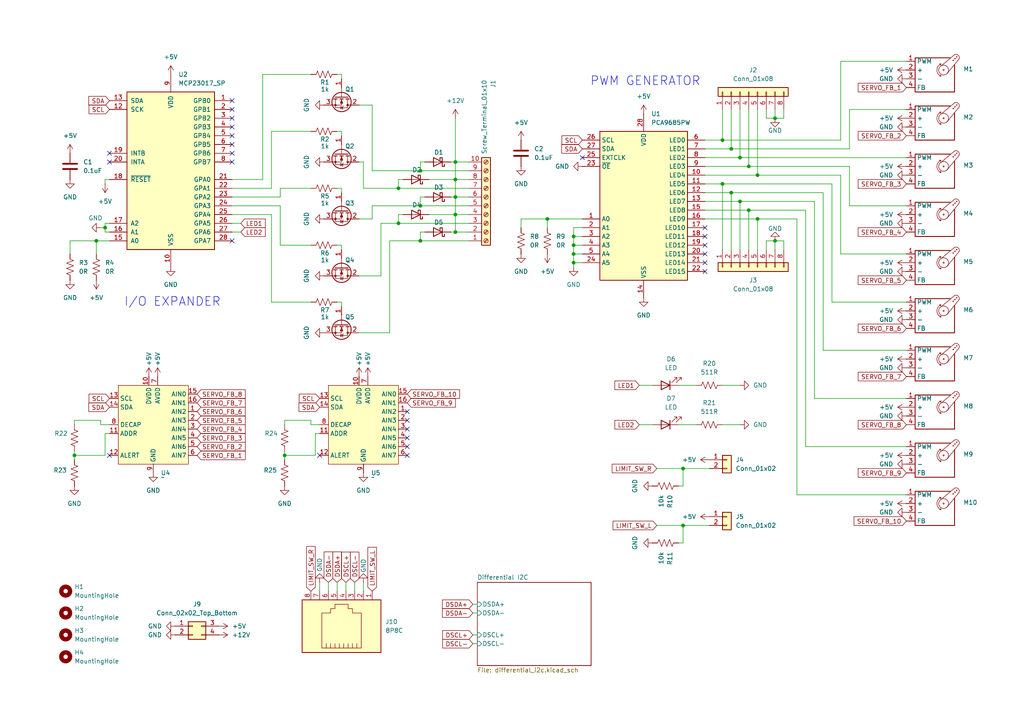
<source format=kicad_sch>
(kicad_sch (version 20231120) (generator "eeschema") (generator_version "8.0")
  (paper "A4")
  (junction (at 115.57 54.61))
  (junction (at 217.17 60.96))
  (junction (at 209.55 40.64))
  (junction (at 132.08 67.31))
  (junction (at 166.37 71.12))
  (junction (at 30.48 66.04))
  (junction (at 212.09 55.88))
  (junction (at 166.37 73.66))
  (junction (at 121.92 69.85))
  (junction (at 82.55 132.08))
  (junction (at 198.12 135.89))
  (junction (at 121.92 49.53))
  (junction (at 115.57 64.77))
  (junction (at 166.37 76.2))
  (junction (at 219.71 50.8))
  (junction (at 166.37 68.58))
  (junction (at 224.79 69.85))
  (junction (at 214.63 45.72))
  (junction (at 212.09 43.18))
  (junction (at 217.17 48.26))
  (junction (at 132.08 46.99))
  (junction (at 198.12 152.4))
  (junction (at 219.71 63.5))
  (junction (at 132.08 52.07))
  (junction (at 121.92 59.69))
  (junction (at 158.75 63.5))
  (junction (at 132.08 57.15))
  (junction (at 214.63 58.42))
  (junction (at 132.08 62.23))
  (junction (at 224.79 34.29))
  (junction (at 27.94 69.85))
  (junction (at 209.55 53.34))
  (junction (at 21.59 132.08))
  (no_connect (at 67.31 34.29))
  (no_connect (at 67.31 39.37))
  (no_connect (at 118.11 119.38))
  (no_connect (at 67.31 36.83))
  (no_connect (at 67.31 41.91))
  (no_connect (at 118.11 127))
  (no_connect (at 67.31 69.85))
  (no_connect (at 31.75 44.45))
  (no_connect (at 31.75 132.08))
  (no_connect (at 118.11 121.92))
  (no_connect (at 204.47 66.04))
  (no_connect (at 67.31 44.45))
  (no_connect (at 67.31 31.75))
  (no_connect (at 92.71 132.08))
  (no_connect (at 118.11 129.54))
  (no_connect (at 118.11 132.08))
  (no_connect (at 31.75 46.99))
  (no_connect (at 67.31 29.21))
  (no_connect (at 118.11 124.46))
  (no_connect (at 204.47 71.12))
  (no_connect (at 204.47 68.58))
  (no_connect (at 204.47 73.66))
  (no_connect (at 204.47 76.2))
  (no_connect (at 67.31 46.99))
  (no_connect (at 204.47 78.74))
  (no_connect (at 168.91 45.72))
  (wire (pts (xy 78.74 87.63) (xy 90.17 87.63)))
  (wire (pts (xy 204.47 43.18) (xy 212.09 43.18)))
  (wire (pts (xy 219.71 31.75) (xy 219.71 50.8)))
  (wire (pts (xy 196.85 157.48) (xy 198.12 157.48)))
  (wire (pts (xy 224.79 31.75) (xy 224.79 34.29)))
  (wire (pts (xy 31.75 125.73) (xy 30.48 125.73)))
  (wire (pts (xy 166.37 76.2) (xy 166.37 73.66)))
  (wire (pts (xy 166.37 71.12) (xy 168.91 71.12)))
  (wire (pts (xy 30.48 52.07) (xy 31.75 52.07)))
  (wire (pts (xy 121.92 67.31) (xy 121.92 69.85)))
  (wire (pts (xy 20.32 73.66) (xy 20.32 69.85)))
  (wire (pts (xy 78.74 38.1) (xy 90.17 38.1)))
  (wire (pts (xy 137.16 177.8) (xy 138.43 177.8)))
  (wire (pts (xy 214.63 31.75) (xy 214.63 45.72)))
  (wire (pts (xy 196.85 111.76) (xy 201.93 111.76)))
  (wire (pts (xy 97.79 71.12) (xy 99.06 71.12)))
  (wire (pts (xy 95.25 168.91) (xy 95.25 171.45)))
  (wire (pts (xy 204.47 50.8) (xy 219.71 50.8)))
  (wire (pts (xy 81.28 54.61) (xy 81.28 57.15)))
  (wire (pts (xy 99.06 21.59) (xy 99.06 22.86)))
  (wire (pts (xy 227.33 72.39) (xy 227.33 69.85)))
  (wire (pts (xy 21.59 132.08) (xy 21.59 133.35)))
  (wire (pts (xy 209.55 31.75) (xy 209.55 40.64)))
  (wire (pts (xy 190.5 135.89) (xy 198.12 135.89)))
  (wire (pts (xy 105.41 54.61) (xy 115.57 54.61)))
  (wire (pts (xy 67.31 54.61) (xy 78.74 54.61)))
  (wire (pts (xy 212.09 55.88) (xy 212.09 72.39)))
  (wire (pts (xy 198.12 140.97) (xy 198.12 135.89)))
  (wire (pts (xy 209.55 53.34) (xy 241.3 53.34)))
  (wire (pts (xy 121.92 49.53) (xy 135.89 49.53)))
  (wire (pts (xy 137.16 186.69) (xy 138.43 186.69)))
  (wire (pts (xy 209.55 53.34) (xy 209.55 72.39)))
  (wire (pts (xy 78.74 54.61) (xy 78.74 38.1)))
  (wire (pts (xy 212.09 55.88) (xy 238.76 55.88)))
  (wire (pts (xy 105.41 168.91) (xy 105.41 171.45)))
  (wire (pts (xy 99.06 38.1) (xy 99.06 39.37)))
  (wire (pts (xy 30.48 67.31) (xy 31.75 67.31)))
  (wire (pts (xy 219.71 50.8) (xy 243.84 50.8)))
  (wire (pts (xy 236.22 58.42) (xy 236.22 115.57)))
  (wire (pts (xy 30.48 66.04) (xy 30.48 67.31)))
  (wire (pts (xy 97.79 54.61) (xy 99.06 54.61)))
  (wire (pts (xy 99.06 87.63) (xy 99.06 88.9)))
  (wire (pts (xy 90.17 121.92) (xy 82.55 121.92)))
  (wire (pts (xy 121.92 46.99) (xy 121.92 49.53)))
  (wire (pts (xy 238.76 101.6) (xy 262.89 101.6)))
  (wire (pts (xy 100.33 168.91) (xy 100.33 171.45)))
  (wire (pts (xy 105.41 46.99) (xy 105.41 54.61)))
  (wire (pts (xy 90.17 71.12) (xy 81.28 71.12)))
  (wire (pts (xy 231.14 63.5) (xy 231.14 143.51)))
  (wire (pts (xy 107.95 59.69) (xy 121.92 59.69)))
  (wire (pts (xy 92.71 125.73) (xy 91.44 125.73)))
  (wire (pts (xy 99.06 54.61) (xy 99.06 55.88)))
  (wire (pts (xy 166.37 68.58) (xy 168.91 68.58)))
  (wire (pts (xy 209.55 123.19) (xy 214.63 123.19)))
  (wire (pts (xy 238.76 55.88) (xy 238.76 101.6)))
  (wire (pts (xy 76.2 52.07) (xy 67.31 52.07)))
  (wire (pts (xy 67.31 64.77) (xy 69.85 64.77)))
  (wire (pts (xy 130.81 46.99) (xy 132.08 46.99)))
  (wire (pts (xy 198.12 157.48) (xy 198.12 152.4)))
  (wire (pts (xy 204.47 48.26) (xy 217.17 48.26)))
  (wire (pts (xy 209.55 111.76) (xy 214.63 111.76)))
  (wire (pts (xy 219.71 63.5) (xy 219.71 72.39)))
  (wire (pts (xy 204.47 45.72) (xy 214.63 45.72)))
  (wire (pts (xy 190.5 152.4) (xy 198.12 152.4)))
  (wire (pts (xy 166.37 71.12) (xy 166.37 68.58)))
  (wire (pts (xy 30.48 53.34) (xy 30.48 52.07)))
  (wire (pts (xy 224.79 34.29) (xy 222.25 34.29)))
  (wire (pts (xy 97.79 87.63) (xy 99.06 87.63)))
  (wire (pts (xy 132.08 46.99) (xy 135.89 46.99)))
  (wire (pts (xy 90.17 123.19) (xy 92.71 123.19)))
  (wire (pts (xy 21.59 130.81) (xy 21.59 132.08)))
  (wire (pts (xy 214.63 58.42) (xy 236.22 58.42)))
  (wire (pts (xy 217.17 60.96) (xy 217.17 72.39)))
  (wire (pts (xy 158.75 63.5) (xy 158.75 66.04)))
  (wire (pts (xy 121.92 57.15) (xy 121.92 59.69)))
  (wire (pts (xy 123.19 57.15) (xy 121.92 57.15)))
  (wire (pts (xy 29.21 123.19) (xy 31.75 123.19)))
  (wire (pts (xy 110.49 64.77) (xy 115.57 64.77)))
  (wire (pts (xy 97.79 38.1) (xy 99.06 38.1)))
  (wire (pts (xy 224.79 69.85) (xy 222.25 69.85)))
  (wire (pts (xy 123.19 67.31) (xy 121.92 67.31)))
  (wire (pts (xy 110.49 80.01) (xy 110.49 64.77)))
  (wire (pts (xy 198.12 135.89) (xy 205.74 135.89)))
  (wire (pts (xy 91.44 125.73) (xy 91.44 132.08)))
  (wire (pts (xy 27.94 73.66) (xy 27.94 69.85)))
  (wire (pts (xy 81.28 71.12) (xy 81.28 59.69)))
  (wire (pts (xy 124.46 52.07) (xy 132.08 52.07)))
  (wire (pts (xy 166.37 73.66) (xy 166.37 71.12)))
  (wire (pts (xy 27.94 69.85) (xy 31.75 69.85)))
  (wire (pts (xy 132.08 52.07) (xy 132.08 57.15)))
  (wire (pts (xy 116.84 62.23) (xy 115.57 62.23)))
  (wire (pts (xy 151.13 63.5) (xy 158.75 63.5)))
  (wire (pts (xy 212.09 31.75) (xy 212.09 43.18)))
  (wire (pts (xy 224.79 69.85) (xy 227.33 69.85)))
  (wire (pts (xy 246.38 31.75) (xy 262.89 31.75)))
  (wire (pts (xy 81.28 57.15) (xy 67.31 57.15)))
  (wire (pts (xy 97.79 21.59) (xy 99.06 21.59)))
  (wire (pts (xy 204.47 40.64) (xy 209.55 40.64)))
  (wire (pts (xy 132.08 67.31) (xy 135.89 67.31)))
  (wire (pts (xy 166.37 76.2) (xy 168.91 76.2)))
  (wire (pts (xy 204.47 55.88) (xy 212.09 55.88)))
  (wire (pts (xy 104.14 63.5) (xy 107.95 63.5)))
  (wire (pts (xy 243.84 40.64) (xy 243.84 17.78)))
  (wire (pts (xy 209.55 40.64) (xy 243.84 40.64)))
  (wire (pts (xy 166.37 73.66) (xy 168.91 73.66)))
  (wire (pts (xy 113.03 69.85) (xy 113.03 96.52)))
  (wire (pts (xy 222.25 31.75) (xy 222.25 34.29)))
  (wire (pts (xy 107.95 63.5) (xy 107.95 59.69)))
  (wire (pts (xy 67.31 67.31) (xy 69.85 67.31)))
  (wire (pts (xy 113.03 96.52) (xy 104.14 96.52)))
  (wire (pts (xy 233.68 129.54) (xy 233.68 60.96)))
  (wire (pts (xy 166.37 66.04) (xy 168.91 66.04)))
  (wire (pts (xy 214.63 58.42) (xy 214.63 72.39)))
  (wire (pts (xy 243.84 17.78) (xy 262.89 17.78)))
  (wire (pts (xy 241.3 53.34) (xy 241.3 87.63)))
  (wire (pts (xy 91.44 132.08) (xy 82.55 132.08)))
  (wire (pts (xy 198.12 152.4) (xy 205.74 152.4)))
  (wire (pts (xy 246.38 59.69) (xy 262.89 59.69)))
  (wire (pts (xy 115.57 54.61) (xy 135.89 54.61)))
  (wire (pts (xy 115.57 62.23) (xy 115.57 64.77)))
  (wire (pts (xy 30.48 64.77) (xy 30.48 66.04)))
  (wire (pts (xy 115.57 52.07) (xy 116.84 52.07)))
  (wire (pts (xy 204.47 60.96) (xy 217.17 60.96)))
  (wire (pts (xy 132.08 62.23) (xy 135.89 62.23)))
  (wire (pts (xy 262.89 129.54) (xy 233.68 129.54)))
  (wire (pts (xy 130.81 67.31) (xy 132.08 67.31)))
  (wire (pts (xy 92.71 168.91) (xy 92.71 171.45)))
  (wire (pts (xy 124.46 62.23) (xy 132.08 62.23)))
  (wire (pts (xy 76.2 21.59) (xy 76.2 52.07)))
  (wire (pts (xy 107.95 49.53) (xy 121.92 49.53)))
  (wire (pts (xy 224.79 72.39) (xy 224.79 69.85)))
  (wire (pts (xy 78.74 62.23) (xy 78.74 87.63)))
  (wire (pts (xy 166.37 68.58) (xy 166.37 66.04)))
  (wire (pts (xy 151.13 66.04) (xy 151.13 63.5)))
  (wire (pts (xy 130.81 57.15) (xy 132.08 57.15)))
  (wire (pts (xy 67.31 62.23) (xy 78.74 62.23)))
  (wire (pts (xy 137.16 175.26) (xy 138.43 175.26)))
  (wire (pts (xy 241.3 87.63) (xy 262.89 87.63)))
  (wire (pts (xy 67.31 59.69) (xy 81.28 59.69)))
  (wire (pts (xy 246.38 43.18) (xy 246.38 31.75)))
  (wire (pts (xy 204.47 58.42) (xy 214.63 58.42)))
  (wire (pts (xy 196.85 140.97) (xy 198.12 140.97)))
  (wire (pts (xy 132.08 46.99) (xy 132.08 52.07)))
  (wire (pts (xy 113.03 69.85) (xy 121.92 69.85)))
  (wire (pts (xy 29.21 121.92) (xy 29.21 123.19)))
  (wire (pts (xy 224.79 34.29) (xy 227.33 34.29)))
  (wire (pts (xy 137.16 184.15) (xy 138.43 184.15)))
  (wire (pts (xy 123.19 46.99) (xy 121.92 46.99)))
  (wire (pts (xy 82.55 130.81) (xy 82.55 132.08)))
  (wire (pts (xy 82.55 121.92) (xy 82.55 123.19)))
  (wire (pts (xy 30.48 125.73) (xy 30.48 132.08)))
  (wire (pts (xy 196.85 123.19) (xy 201.93 123.19)))
  (wire (pts (xy 99.06 71.12) (xy 99.06 72.39)))
  (wire (pts (xy 243.84 50.8) (xy 243.84 73.66)))
  (wire (pts (xy 29.21 121.92) (xy 21.59 121.92)))
  (wire (pts (xy 132.08 57.15) (xy 135.89 57.15)))
  (wire (pts (xy 222.25 72.39) (xy 222.25 69.85)))
  (wire (pts (xy 90.17 54.61) (xy 81.28 54.61)))
  (wire (pts (xy 104.14 46.99) (xy 105.41 46.99)))
  (wire (pts (xy 115.57 64.77) (xy 135.89 64.77)))
  (wire (pts (xy 243.84 73.66) (xy 262.89 73.66)))
  (wire (pts (xy 115.57 54.61) (xy 115.57 52.07)))
  (wire (pts (xy 231.14 143.51) (xy 262.89 143.51)))
  (wire (pts (xy 29.21 66.04) (xy 30.48 66.04)))
  (wire (pts (xy 236.22 115.57) (xy 262.89 115.57)))
  (wire (pts (xy 185.42 123.19) (xy 189.23 123.19)))
  (wire (pts (xy 204.47 63.5) (xy 219.71 63.5)))
  (wire (pts (xy 21.59 121.92) (xy 21.59 123.19)))
  (wire (pts (xy 90.17 121.92) (xy 90.17 123.19)))
  (wire (pts (xy 104.14 80.01) (xy 110.49 80.01)))
  (wire (pts (xy 227.33 31.75) (xy 227.33 34.29)))
  (wire (pts (xy 219.71 63.5) (xy 231.14 63.5)))
  (wire (pts (xy 20.32 69.85) (xy 27.94 69.85)))
  (wire (pts (xy 31.75 64.77) (xy 30.48 64.77)))
  (wire (pts (xy 246.38 48.26) (xy 246.38 59.69)))
  (wire (pts (xy 82.55 132.08) (xy 82.55 133.35)))
  (wire (pts (xy 121.92 69.85) (xy 135.89 69.85)))
  (wire (pts (xy 104.14 30.48) (xy 107.95 30.48)))
  (wire (pts (xy 214.63 45.72) (xy 262.89 45.72)))
  (wire (pts (xy 166.37 77.47) (xy 166.37 76.2)))
  (wire (pts (xy 185.42 111.76) (xy 189.23 111.76)))
  (wire (pts (xy 90.17 21.59) (xy 76.2 21.59)))
  (wire (pts (xy 121.92 59.69) (xy 135.89 59.69)))
  (wire (pts (xy 107.95 30.48) (xy 107.95 49.53)))
  (wire (pts (xy 204.47 53.34) (xy 209.55 53.34)))
  (wire (pts (xy 212.09 43.18) (xy 246.38 43.18)))
  (wire (pts (xy 97.79 168.91) (xy 97.79 171.45)))
  (wire (pts (xy 102.87 168.91) (xy 102.87 171.45)))
  (wire (pts (xy 132.08 52.07) (xy 135.89 52.07)))
  (wire (pts (xy 217.17 48.26) (xy 246.38 48.26)))
  (wire (pts (xy 132.08 34.29) (xy 132.08 46.99)))
  (wire (pts (xy 132.08 62.23) (xy 132.08 57.15)))
  (wire (pts (xy 30.48 132.08) (xy 21.59 132.08)))
  (wire (pts (xy 217.17 31.75) (xy 217.17 48.26)))
  (wire (pts (xy 132.08 67.31) (xy 132.08 62.23)))
  (wire (pts (xy 217.17 60.96) (xy 233.68 60.96)))
  (wire (pts (xy 158.75 63.5) (xy 168.91 63.5)))
  (text "I/O EXPANDER" (at 50.038 87.63 0) (effects (font (size 2.54 2.54))))
  (text "PWM GENERATOR" (at 187.198 23.622 0) (effects (font (size 2.54 2.54))))
  (global_label "SCL" (shape input) (at 168.91 40.64 180) (property "Intersheetrefs" "${INTERSHEET_REFS}" (effects (hide yes))))
  (global_label "DSCL-" (shape input) (at 102.87 168.91 90) (property "Intersheetrefs" "${INTERSHEET_REFS}" (effects (hide yes))))
  (global_label "SERVO_FB_4" (shape input) (at 262.89 67.31 180) (property "Intersheetrefs" "${INTERSHEET_REFS}" (effects (hide yes))))
  (global_label "DSCL-" (shape input) (at 137.16 186.69 180) (property "Intersheetrefs" "${INTERSHEET_REFS}" (effects (hide yes))))
  (global_label "SERVO_FB_8" (shape input) (at 262.89 123.19 180) (property "Intersheetrefs" "${INTERSHEET_REFS}" (effects (hide yes))))
  (global_label "DSDA-" (shape input) (at 95.25 168.91 90) (property "Intersheetrefs" "${INTERSHEET_REFS}" (effects (hide yes))))
  (global_label "LED1" (shape input) (at 185.42 111.76 180) (property "Intersheetrefs" "${INTERSHEET_REFS}" (effects (hide yes))))
  (global_label "LIMIT_SW_L" (shape input) (at 107.95 171.45 90) (property "Intersheetrefs" "${INTERSHEET_REFS}" (effects (hide yes))))
  (global_label "SCL" (shape input) (at 92.71 115.57 180) (property "Intersheetrefs" "${INTERSHEET_REFS}" (effects (hide yes))))
  (global_label "SDA" (shape input) (at 31.75 29.21 180) (property "Intersheetrefs" "${INTERSHEET_REFS}" (effects (hide yes))))
  (global_label "SERVO_FB_8" (shape input) (at 57.15 114.3 0) (property "Intersheetrefs" "${INTERSHEET_REFS}" (effects (hide yes))))
  (global_label "SERVO_FB_3" (shape input) (at 262.89 53.34 180) (property "Intersheetrefs" "${INTERSHEET_REFS}" (effects (hide yes))))
  (global_label "SDA" (shape input) (at 92.71 118.11 180) (property "Intersheetrefs" "${INTERSHEET_REFS}" (effects (hide yes))))
  (global_label "DSDA+" (shape input) (at 137.16 175.26 180) (property "Intersheetrefs" "${INTERSHEET_REFS}" (effects (hide yes))))
  (global_label "SERVO_FB_9" (shape input) (at 262.89 137.16 180) (property "Intersheetrefs" "${INTERSHEET_REFS}" (effects (hide yes))))
  (global_label "SDA" (shape input) (at 168.91 43.18 180) (property "Intersheetrefs" "${INTERSHEET_REFS}" (effects (hide yes))))
  (global_label "LIMIT_SW_R" (shape input) (at 90.17 171.45 90) (property "Intersheetrefs" "${INTERSHEET_REFS}" (effects (hide yes))))
  (global_label "LED1" (shape input) (at 69.85 64.77 0) (property "Intersheetrefs" "${INTERSHEET_REFS}" (effects (hide yes))))
  (global_label "SERVO_FB_4" (shape input) (at 57.15 124.46 0) (property "Intersheetrefs" "${INTERSHEET_REFS}" (effects (hide yes))))
  (global_label "SERVO_FB_6" (shape input) (at 57.15 119.38 0) (property "Intersheetrefs" "${INTERSHEET_REFS}" (effects (hide yes))))
  (global_label "SERVO_FB_1" (shape input) (at 57.15 132.08 0) (property "Intersheetrefs" "${INTERSHEET_REFS}" (effects (hide yes))))
  (global_label "SERVO_FB_10" (shape input) (at 118.11 114.3 0) (property "Intersheetrefs" "${INTERSHEET_REFS}" (effects (hide yes))))
  (global_label "SCL" (shape input) (at 31.75 115.57 180) (property "Intersheetrefs" "${INTERSHEET_REFS}" (effects (hide yes))))
  (global_label "SDA" (shape input) (at 31.75 118.11 180) (property "Intersheetrefs" "${INTERSHEET_REFS}" (effects (hide yes))))
  (global_label "LED2" (shape input) (at 185.42 123.19 180) (property "Intersheetrefs" "${INTERSHEET_REFS}" (effects (hide yes))))
  (global_label "LIMIT_SW_R" (shape input) (at 190.5 135.89 180) (property "Intersheetrefs" "${INTERSHEET_REFS}" (effects (hide yes))))
  (global_label "SERVO_FB_7" (shape input) (at 262.89 109.22 180) (property "Intersheetrefs" "${INTERSHEET_REFS}" (effects (hide yes))))
  (global_label "SERVO_FB_1" (shape input) (at 262.89 25.4 180) (property "Intersheetrefs" "${INTERSHEET_REFS}" (effects (hide yes))))
  (global_label "SERVO_FB_5" (shape input) (at 262.89 81.28 180) (property "Intersheetrefs" "${INTERSHEET_REFS}" (effects (hide yes))))
  (global_label "LED2" (shape input) (at 69.85 67.31 0) (property "Intersheetrefs" "${INTERSHEET_REFS}" (effects (hide yes))))
  (global_label "SERVO_FB_7" (shape input) (at 57.15 116.84 0) (property "Intersheetrefs" "${INTERSHEET_REFS}" (effects (hide yes))))
  (global_label "DSCL+" (shape input) (at 100.33 168.91 90) (property "Intersheetrefs" "${INTERSHEET_REFS}" (effects (hide yes))))
  (global_label "SERVO_FB_2" (shape input) (at 57.15 129.54 0) (property "Intersheetrefs" "${INTERSHEET_REFS}" (effects (hide yes))))
  (global_label "DSCL+" (shape input) (at 137.16 184.15 180) (property "Intersheetrefs" "${INTERSHEET_REFS}" (effects (hide yes))))
  (global_label "SERVO_FB_10" (shape input) (at 262.89 151.13 180) (property "Intersheetrefs" "${INTERSHEET_REFS}" (effects (hide yes))))
  (global_label "SCL" (shape input) (at 31.75 31.75 180) (property "Intersheetrefs" "${INTERSHEET_REFS}" (effects (hide yes))))
  (global_label "SERVO_FB_5" (shape input) (at 57.15 121.92 0) (property "Intersheetrefs" "${INTERSHEET_REFS}" (effects (hide yes))))
  (global_label "SERVO_FB_6" (shape input) (at 262.89 95.25 180) (property "Intersheetrefs" "${INTERSHEET_REFS}" (effects (hide yes))))
  (global_label "DSDA+" (shape input) (at 97.79 168.91 90) (property "Intersheetrefs" "${INTERSHEET_REFS}" (effects (hide yes))))
  (global_label "SERVO_FB_2" (shape input) (at 262.89 39.37 180) (property "Intersheetrefs" "${INTERSHEET_REFS}" (effects (hide yes))))
  (global_label "DSDA-" (shape input) (at 137.16 177.8 180) (property "Intersheetrefs" "${INTERSHEET_REFS}" (effects (hide yes))))
  (global_label "LIMIT_SW_L" (shape input) (at 190.5 152.4 180) (property "Intersheetrefs" "${INTERSHEET_REFS}" (effects (hide yes))))
  (global_label "SERVO_FB_9" (shape input) (at 118.11 116.84 0) (property "Intersheetrefs" "${INTERSHEET_REFS}" (effects (hide yes))))
  (global_label "SERVO_FB_3" (shape input) (at 57.15 127 0) (property "Intersheetrefs" "${INTERSHEET_REFS}" (effects (hide yes))))
  (symbol (lib_id "power:GND") (at 224.79 34.29 0) (unit 1)
    (property "Reference" "#PWR018" (effects (hide yes)))
    (property "Value" "GND" (at 224.79 37.846 0))
    (property "Description" "Power symbol creates a global label with name \"GND\" , ground" (effects (hide yes)))
  )
  (symbol (lib_id "power:GND") (at 82.55 140.97 0) (unit 1)
    (property "Reference" "#PWR076" (effects (hide yes)))
    (property "Value" "GND" (at 82.55 146.05 0))
    (property "Description" "Power symbol creates a global label with name \"GND\" , ground" (effects (hide yes)))
  )
  (symbol (lib_id "power:+12V") (at 132.08 34.29 0) (unit 1)
    (property "Reference" "#PWR04" (effects (hide yes)))
    (property "Value" "+12V" (at 132.08 29.21 0))
    (property "Description" "Power symbol creates a global label with name \"+12V\"" (effects (hide yes)))
  )
  (symbol (lib_id "Connector_Generic:Conn_01x08") (at 217.17 26.67 90) (unit 1)
    (property "Reference" "J2" (at 218.44 20.32 90))
    (property "Value" "Conn_01x08" (at 218.44 22.86 90))
    (property "Footprint" "Connector_PinHeader_2.54mm:PinHeader_1x08_P2.54mm_Vertical" (effects (hide yes)))
    (property "Description" "Generic connector, single row, 01x08, script generated (kicad-library-utils/schlib/autogen/connector/)" (effects (hide yes)))
  )
  (symbol (lib_id "Connector_Generic:Conn_01x02") (at 210.82 133.35 0) (unit 1)
    (property "Reference" "J4" (at 213.36 133.3499 0) (effects (justify left)))
    (property "Value" "Conn_01x02" (at 213.36 135.8899 0) (effects (justify left)))
    (property "Footprint" "Connector_JST:JST_XH_S2B-XH-A_1x02_P2.50mm_Horizontal" (effects (hide yes)))
    (property "Description" "Generic connector, single row, 01x02, script generated (kicad-library-utils/schlib/autogen/connector/)" (effects (hide yes)))
    (property "Digikey" "https://www.digikey.ca/en/products/detail/jst-sales-america-inc/S2B-XH-A/1651055" (effects (hide yes)))
  )
  (symbol (lib_id "power:+5V") (at 262.89 20.32 90) (unit 1)
    (property "Reference" "#PWR039" (effects (hide yes)))
    (property "Value" "+5V" (at 259.08 20.3199 90) (effects (justify left)))
    (property "Description" "Power symbol creates a global label with name \"+5V\"" (effects (hide yes)))
  )
  (symbol (lib_id "Connector:Screw_Terminal_01x10") (at 140.97 59.69 0) (mirror x) (unit 1)
    (property "Reference" "J1" (at 143.002 23.114 90) (effects (justify left)))
    (property "Value" "Screw_Terminal_01x10" (at 140.462 23.114 90) (effects (justify left)))
    (property "Footprint" "TerminalBlock_Phoenix:TerminalBlock_Phoenix_PT-1,5-10-5.0-H_1x10_P5.00mm_Horizontal" (effects (hide yes)))
    (property "Description" "Generic screw terminal, single row, 01x10, script generated (kicad-library-utils/schlib/autogen/connector/)" (effects (hide yes)))
  )
  (symbol (lib_id "Connector_Generic:Conn_01x02") (at 210.82 149.86 0) (unit 1)
    (property "Reference" "J5" (at 213.36 149.8599 0) (effects (justify left)))
    (property "Value" "Conn_01x02" (at 213.36 152.3999 0) (effects (justify left)))
    (property "Footprint" "Connector_JST:JST_XH_S2B-XH-A_1x02_P2.50mm_Horizontal" (effects (hide yes)))
    (property "Description" "Generic connector, single row, 01x02, script generated (kicad-library-utils/schlib/autogen/connector/)" (effects (hide yes)))
    (property "Digikey" "https://www.digikey.ca/en/products/detail/jst-sales-america-inc/S2B-XH-A/1651055" (effects (hide yes)))
  )
  (symbol (lib_id "power:+5V") (at 262.89 146.05 90) (unit 1)
    (property "Reference" "#PWR048" (effects (hide yes)))
    (property "Value" "+5V" (at 259.08 146.0499 90) (effects (justify left)))
    (property "Description" "Power symbol creates a global label with name \"+5V\"" (effects (hide yes)))
  )
  (symbol (lib_id "Device:R_US") (at 93.98 71.12 90) (unit 1)
    (property "Reference" "R6" (at 94.234 73.406 90))
    (property "Value" "1k" (at 94.234 75.438 90))
    (property "Footprint" "Resistor_THT:R_Axial_DIN0207_L6.3mm_D2.5mm_P10.16mm_Horizontal" (effects (hide yes)))
    (property "Description" "Resistor, US symbol" (effects (hide yes)))
  )
  (symbol (lib_id "power:+5V") (at 27.94 81.28 180) (unit 1)
    (property "Reference" "#PWR011" (effects (hide yes)))
    (property "Value" "+5V" (at 27.94 86.36 0))
    (property "Description" "Power symbol creates a global label with name \"+5V\"" (effects (hide yes)))
  )
  (symbol (lib_id "Diode:1N5819") (at 120.65 62.23 180) (unit 1)
    (property "Reference" "D4" (at 120.904 59.436 0))
    (property "Value" "SB5100-T" (effects (hide yes)))
    (property "Footprint" "Diode_THT:D_DO-201AD_P12.70mm_Horizontal" (effects (hide yes)))
    (property "Datasheet" "http://www.vishay.com/docs/88525/1n5817.pdf" (effects (hide yes)))
    (property "Description" "DIODE SCHOTTKY 100V 5A DO201AD" (effects (hide yes)))
    (property "Digikey" "https://www.digikey.ca/en/products/detail/diodes-incorporated/SB5100-T/278636" (effects (hide yes)))
  )
  (symbol (lib_id "Device:R_US") (at 205.74 111.76 90) (unit 1)
    (property "Reference" "R20" (at 205.74 105.41 90))
    (property "Value" "511R" (at 205.74 107.95 90))
    (property "Footprint" "Resistor_THT:R_Axial_DIN0207_L6.3mm_D2.5mm_P10.16mm_Horizontal" (effects (hide yes)))
    (property "Description" "Resistor, US symbol" (effects (hide yes)))
  )
  (symbol (lib_id "bh_symbol_library:Motor_Servo_Feedback") (at 270.51 81.28 0) (unit 1)
    (property "Reference" "M5" (at 279.4 75.8935 0) (effects (justify left)))
    (property "Value" "Motor_Servo_FB" (effects (hide yes)))
    (property "Footprint" "Connector_PinHeader_2.54mm:PinHeader_1x04_P2.54mm_Vertical" (effects (hide yes)))
  )
  (symbol (lib_id "power:GND") (at 262.89 36.83 270) (unit 1)
    (property "Reference" "#PWR026" (effects (hide yes)))
    (property "Value" "GND" (at 259.08 36.8299 90) (effects (justify right)))
    (property "Description" "Power symbol creates a global label with name \"GND\" , ground" (effects (hide yes)))
  )
  (symbol (lib_id "power:GND") (at 262.89 120.65 270) (unit 1)
    (property "Reference" "#PWR036" (effects (hide yes)))
    (property "Value" "GND" (at 259.08 120.6499 90) (effects (justify right)))
    (property "Description" "Power symbol creates a global label with name \"GND\" , ground" (effects (hide yes)))
  )
  (symbol (lib_id "power:+5V") (at 262.89 62.23 90) (unit 1)
    (property "Reference" "#PWR042" (effects (hide yes)))
    (property "Value" "+5V" (at 259.08 62.2299 90) (effects (justify left)))
    (property "Description" "Power symbol creates a global label with name \"+5V\"" (effects (hide yes)))
  )
  (symbol (lib_id "Driver_LED:PCA9685PW") (at 186.69 58.42 0) (unit 1)
    (property "Reference" "U1" (at 188.8841 33.02 0) (effects (justify left)))
    (property "Value" "PCA9685PW" (at 188.8841 35.56 0) (effects (justify left)))
    (property "Footprint" "Package_SO:TSSOP-28_4.4x9.7mm_P0.65mm" (effects (hide yes)))
    (property "Datasheet" "http://www.nxp.com/docs/en/data-sheet/PCA9685.pdf" (effects (hide yes)))
    (property "Description" "16-channel 12-bit PWM Fm+ I2C-bus LED controller RGBA TSSOP" (effects (hide yes)))
    (property "Digikey" "https://www.digikey.ca/en/products/detail/nxp-usa-inc/PCA9685PW-112/2034324" (effects (hide yes)))
  )
  (symbol (lib_id "Device:R_US") (at 21.59 137.16 0) (unit 1)
    (property "Reference" "R23" (at 15.494 136.398 0) (effects (justify left)))
    (property "Value" "0R" (effects (hide yes)))
    (property "Footprint" "Resistor_THT:R_Axial_DIN0207_L6.3mm_D2.5mm_P10.16mm_Horizontal" (effects (hide yes)))
    (property "Description" "Resistor, US symbol" (effects (hide yes)))
  )
  (symbol (lib_id "power:+5V") (at 262.89 76.2 90) (unit 1)
    (property "Reference" "#PWR043" (effects (hide yes)))
    (property "Value" "+5V" (at 259.08 76.1999 90) (effects (justify left)))
    (property "Description" "Power symbol creates a global label with name \"+5V\"" (effects (hide yes)))
  )
  (symbol (lib_id "Device:C") (at 151.13 44.45 0) (unit 1)
    (property "Reference" "C2" (at 154.94 43.1799 0) (effects (justify left)))
    (property "Value" "0.1uF" (at 154.94 45.7199 0) (effects (justify left)))
    (property "Footprint" "Capacitor_THT:C_Disc_D3.4mm_W2.1mm_P2.50mm" (effects (hide yes)))
    (property "Description" "Unpolarized capacitor" (effects (hide yes)))
    (property "Digikey" "https://www.digikey.ca/en/products/detail/vishay-beyschlag-draloric-bc-components/K104K10X7RF5UH5/2356754" (effects (hide yes)))
  )
  (symbol (lib_id "power:GND") (at 105.41 137.16 0) (unit 1)
    (property "Reference" "#PWR075" (effects (hide yes)))
    (property "Value" "GND" (at 105.41 142.24 0))
    (property "Description" "Power symbol creates a global label with name \"GND\" , ground" (effects (hide yes)))
  )
  (symbol (lib_id "Device:R_US") (at 93.98 21.59 90) (unit 1)
    (property "Reference" "R1" (at 94.234 23.876 90))
    (property "Value" "1k" (at 94.234 25.908 90))
    (property "Footprint" "Resistor_THT:R_Axial_DIN0207_L6.3mm_D2.5mm_P10.16mm_Horizontal" (effects (hide yes)))
    (property "Description" "Resistor, US symbol" (effects (hide yes)))
  )
  (symbol (lib_id "Connector_Generic:Conn_02x02_Top_Bottom") (at 55.88 181.61 0) (unit 1)
    (property "Reference" "J9" (at 57.15 175.26 0))
    (property "Value" "Conn_02x02_Top_Bottom" (at 57.15 177.8 0))
    (property "Footprint" "Connector_Molex:Molex_Mini-Fit_Jr_5569-04A2_2x02_P4.20mm_Horizontal" (effects (hide yes)))
    (property "Description" "Generic connector, double row, 02x02, top/bottom pin numbering scheme (row 1: 1...pins_per_row, row2: pins_per_row+1 ... num_pins), script generated (kicad-library-utils/schlib/autogen/connector/)" (effects (hide yes)))
    (property "Digikey" "https://www.digikey.ca/en/products/detail/molex/0039300040/930321" (effects (hide yes)))
  )
  (symbol (lib_id "Device:LED") (at 193.04 111.76 180) (unit 1)
    (property "Reference" "D6" (at 194.6275 104.14 0))
    (property "Value" "LED" (at 194.6275 106.68 0))
    (property "Footprint" "LED_THT:LED_D5.0mm_Clear" (effects (hide yes)))
    (property "Description" "Light emitting diode" (effects (hide yes)))
  )
  (symbol (lib_id "power:GND") (at 262.89 134.62 270) (unit 1)
    (property "Reference" "#PWR037" (effects (hide yes)))
    (property "Value" "GND" (at 259.08 134.6199 90) (effects (justify right)))
    (property "Description" "Power symbol creates a global label with name \"GND\" , ground" (effects (hide yes)))
  )
  (symbol (lib_id "power:GND") (at 214.63 123.19 90) (unit 1)
    (property "Reference" "#PWR069" (effects (hide yes)))
    (property "Value" "GND" (at 218.44 123.1899 90) (effects (justify right)))
    (property "Description" "Power symbol creates a global label with name \"GND\" , ground" (effects (hide yes)))
  )
  (symbol (lib_id "power:GND") (at 262.89 22.86 270) (unit 1)
    (property "Reference" "#PWR025" (effects (hide yes)))
    (property "Value" "GND" (at 259.08 22.8599 90) (effects (justify right)))
    (property "Description" "Power symbol creates a global label with name \"GND\" , ground" (effects (hide yes)))
  )
  (symbol (lib_id "power:GND") (at 92.71 168.91 180) (unit 1)
    (property "Reference" "#PWR061" (effects (hide yes)))
    (property "Value" "GND" (at 92.71 163.83 90))
    (property "Description" "Power symbol creates a global label with name \"GND\" , ground" (effects (hide yes)))
  )
  (symbol (lib_id "power:GND") (at 93.98 96.52 270) (unit 1)
    (property "Reference" "#PWR014" (effects (hide yes)))
    (property "Value" "GND" (at 88.9 96.52 0))
    (property "Description" "Power symbol creates a global label with name \"GND\" , ground" (effects (hide yes)))
  )
  (symbol (lib_id "Device:R_US") (at 93.98 38.1 90) (unit 1)
    (property "Reference" "R2" (at 94.234 40.386 90))
    (property "Value" "1k" (at 94.234 42.418 90))
    (property "Footprint" "Resistor_THT:R_Axial_DIN0207_L6.3mm_D2.5mm_P10.16mm_Horizontal" (effects (hide yes)))
    (property "Description" "Resistor, US symbol" (effects (hide yes)))
  )
  (symbol (lib_id "power:+5V") (at 205.74 133.35 90) (unit 1)
    (property "Reference" "#PWR016" (effects (hide yes)))
    (property "Value" "+5V" (at 201.93 133.3499 90) (effects (justify left)))
    (property "Description" "Power symbol creates a global label with name \"+5V\"" (effects (hide yes)))
  )
  (symbol (lib_id "Device:Q_NMOS_GDS") (at 99.06 44.45 270) (unit 1)
    (property "Reference" "Q2" (at 100.076 42.418 90) (effects (justify left)))
    (property "Value" "Q_NMOS_GDS" (effects (hide yes)))
    (property "Footprint" "Package_TO_SOT_THT:TO-220-3_Vertical" (effects (hide yes)))
    (property "Description" "N-MOSFET transistor, gate/drain/source" (effects (hide yes)))
    (property "Digikey" "https://www.digikey.ca/en/products/detail/infineon-technologies/IRF530NPBF/811762" (effects (hide yes)))
  )
  (symbol (lib_id "power:+5V") (at 43.18 109.22 0) (unit 1)
    (property "Reference" "#PWR070" (effects (hide yes)))
    (property "Value" "+5V" (at 43.18 104.14 90))
    (property "Description" "Power symbol creates a global label with name \"+5V\"" (effects (hide yes)))
  )
  (symbol (lib_id "Diode:1N5819") (at 127 46.99 180) (unit 1)
    (property "Reference" "D1" (at 127.254 44.196 0))
    (property "Value" "SB5100-T" (effects (hide yes)))
    (property "Footprint" "Diode_THT:D_DO-201AD_P12.70mm_Horizontal" (effects (hide yes)))
    (property "Datasheet" "http://www.vishay.com/docs/88525/1n5817.pdf" (effects (hide yes)))
    (property "Description" "DIODE SCHOTTKY 100V 5A DO201AD" (effects (hide yes)))
    (property "Digikey" "https://www.digikey.ca/en/products/detail/diodes-incorporated/SB5100-T/278636" (effects (hide yes)))
  )
  (symbol (lib_id "power:+5V") (at 106.68 109.22 0) (unit 1)
    (property "Reference" "#PWR074" (effects (hide yes)))
    (property "Value" "+5V" (at 106.68 104.14 90))
    (property "Description" "Power symbol creates a global label with name \"+5V\"" (effects (hide yes)))
  )
  (symbol (lib_id "power:GND") (at 151.13 48.26 0) (unit 1)
    (property "Reference" "#PWR022" (effects (hide yes)))
    (property "Value" "GND" (at 151.13 53.34 0))
    (property "Description" "Power symbol creates a global label with name \"GND\" , ground" (effects (hide yes)))
  )
  (symbol (lib_id "power:GND") (at 21.59 140.97 0) (unit 1)
    (property "Reference" "#PWR072" (effects (hide yes)))
    (property "Value" "GND" (at 21.59 146.05 0))
    (property "Description" "Power symbol creates a global label with name \"GND\" , ground" (effects (hide yes)))
  )
  (symbol (lib_id "Device:R_US") (at 151.13 69.85 0) (unit 1)
    (property "Reference" "R8" (at 153.67 68.5799 0) (effects (justify left)))
    (property "Value" "0R" (at 153.67 71.1199 0) (effects (justify left)))
    (property "Footprint" "Resistor_THT:R_Axial_DIN0207_L6.3mm_D2.5mm_P10.16mm_Horizontal" (effects (hide yes)))
    (property "Description" "Resistor, US symbol" (effects (hide yes)))
  )
  (symbol (lib_id "Interface_Expansion:MCP23017_SP") (at 49.53 49.53 0) (unit 1)
    (property "Reference" "U2" (at 51.7241 21.59 0) (effects (justify left)))
    (property "Value" "MCP23017_SP" (at 51.7241 24.13 0) (effects (justify left)))
    (property "Footprint" "Package_DIP:DIP-28_W7.62mm" (effects (hide yes)))
    (property "Datasheet" "http://ww1.microchip.com/downloads/en/DeviceDoc/20001952C.pdf" (effects (hide yes)))
    (property "Description" "16-bit I/O expander, I2C, interrupts, w pull-ups, SPDIP-28" (effects (hide yes)))
    (property "Digikey" "https://www.digikey.ca/en/products/detail/microchip-technology/MCP23017-E-SP/894272" (effects (hide yes)))
  )
  (symbol (lib_id "power:GND") (at 20.32 81.28 0) (unit 1)
    (property "Reference" "#PWR010" (effects (hide yes)))
    (property "Value" "GND" (at 20.32 86.36 0))
    (property "Description" "Power symbol creates a global label with name \"GND\" , ground" (effects (hide yes)))
  )
  (symbol (lib_id "power:+5V") (at 151.13 40.64 0) (unit 1)
    (property "Reference" "#PWR019" (effects (hide yes)))
    (property "Value" "+5V" (at 151.13 35.56 0))
    (property "Description" "Power symbol creates a global label with name \"+5V\"" (effects (hide yes)))
  )
  (symbol (lib_id "bh_symbol_library:ADS7138IRTER") (at 31.75 111.76 0) (unit 1)
    (property "Reference" "U4" (at 46.6441 137.16 0) (effects (justify left)))
    (property "Value" "~" (at 46.6441 138.43 0) (effects (justify left)))
    (property "Footprint" "Package_DFN_QFN:WQFN-16-1EP_3x3mm_P0.5mm_EP1.68x1.68mm" (effects (hide yes)))
    (property "Description" "https://www.digikey.ca/en/products/detail/texas-instruments/ADS7138IRTER/12696011" (effects (hide yes)))
  )
  (symbol (lib_id "power:+5V") (at 158.75 73.66 180) (unit 1)
    (property "Reference" "#PWR029" (effects (hide yes)))
    (property "Value" "+5V" (at 158.75 78.74 0))
    (property "Description" "Power symbol creates a global label with name \"+5V\"" (effects (hide yes)))
  )
  (symbol (lib_id "power:+12V") (at 63.5 184.15 270) (unit 1)
    (property "Reference" "#PWR065" (effects (hide yes)))
    (property "Value" "+12V" (at 67.31 184.1499 90) (effects (justify left)))
    (property "Description" "Power symbol creates a global label with name \"+12V\"" (effects (hide yes)))
  )
  (symbol (lib_id "Diode:1N5819") (at 120.65 52.07 180) (unit 1)
    (property "Reference" "D2" (at 120.904 49.276 0))
    (property "Value" "SB5100-T" (effects (hide yes)))
    (property "Footprint" "Diode_THT:D_DO-201AD_P12.70mm_Horizontal" (effects (hide yes)))
    (property "Datasheet" "http://www.vishay.com/docs/88525/1n5817.pdf" (effects (hide yes)))
    (property "Description" "DIODE SCHOTTKY 100V 5A DO201AD" (effects (hide yes)))
    (property "Digikey" "https://www.digikey.ca/en/products/detail/diodes-incorporated/SB5100-T/278636" (effects (hide yes)))
  )
  (symbol (lib_id "power:GND") (at 93.98 63.5 270) (unit 1)
    (property "Reference" "#PWR012" (effects (hide yes)))
    (property "Value" "GND" (at 88.9 63.5 0))
    (property "Description" "Power symbol creates a global label with name \"GND\" , ground" (effects (hide yes)))
  )
  (symbol (lib_id "Device:C") (at 20.32 48.26 0) (unit 1)
    (property "Reference" "C1" (at 24.13 46.9899 0) (effects (justify left)))
    (property "Value" "0.1uF" (at 24.13 49.5299 0) (effects (justify left)))
    (property "Footprint" "Capacitor_THT:C_Disc_D3.4mm_W2.1mm_P2.50mm" (effects (hide yes)))
    (property "Description" "Unpolarized capacitor" (effects (hide yes)))
    (property "Digikey" "https://www.digikey.ca/en/products/detail/vishay-beyschlag-draloric-bc-components/K104K10X7RF5UH5/2356754" (effects (hide yes)))
  )
  (symbol (lib_id "bh_symbol_library:Motor_Servo_Feedback") (at 270.51 151.13 0) (unit 1)
    (property "Reference" "M10" (at 279.4 145.7435 0) (effects (justify left)))
    (property "Value" "Motor_Servo_FB" (effects (hide yes)))
    (property "Footprint" "Connector_PinHeader_2.54mm:PinHeader_1x04_P2.54mm_Vertical" (effects (hide yes)))
  )
  (symbol (lib_id "power:GND") (at 166.37 77.47 0) (unit 1)
    (property "Reference" "#PWR030" (effects (hide yes)))
    (property "Value" "GND" (at 166.37 82.55 0))
    (property "Description" "Power symbol creates a global label with name \"GND\" , ground" (effects (hide yes)))
  )
  (symbol (lib_id "power:+5V") (at 186.69 33.02 0) (unit 1)
    (property "Reference" "#PWR017" (effects (hide yes)))
    (property "Value" "+5V" (at 186.69 27.94 0))
    (property "Description" "Power symbol creates a global label with name \"+5V\"" (effects (hide yes)))
  )
  (symbol (lib_id "Device:R_US") (at 193.04 157.48 90) (unit 1)
    (property "Reference" "R11" (at 194.3101 160.02 0) (effects (justify right)))
    (property "Value" "10k" (at 191.7701 160.02 0) (effects (justify right)))
    (property "Footprint" "Resistor_THT:R_Axial_DIN0207_L6.3mm_D2.5mm_P10.16mm_Horizontal" (effects (hide yes)))
    (property "Description" "Resistor, US symbol" (effects (hide yes)))
  )
  (symbol (lib_id "power:GND") (at 168.91 48.26 270) (unit 1)
    (property "Reference" "#PWR023" (effects (hide yes)))
    (property "Value" "GND" (at 165.1 48.2599 90) (effects (justify right)))
    (property "Description" "Power symbol creates a global label with name \"GND\" , ground" (effects (hide yes)))
  )
  (symbol (lib_id "power:GND") (at 93.98 80.01 270) (unit 1)
    (property "Reference" "#PWR013" (effects (hide yes)))
    (property "Value" "GND" (at 88.9 80.01 0))
    (property "Description" "Power symbol creates a global label with name \"GND\" , ground" (effects (hide yes)))
  )
  (symbol (lib_id "Device:LED") (at 193.04 123.19 180) (unit 1)
    (property "Reference" "D7" (at 194.6275 115.57 0))
    (property "Value" "LED" (at 194.6275 118.11 0))
    (property "Footprint" "LED_THT:LED_D5.0mm_Clear" (effects (hide yes)))
    (property "Description" "Light emitting diode" (effects (hide yes)))
  )
  (symbol (lib_id "power:GND") (at 189.23 157.48 270) (unit 1)
    (property "Reference" "#PWR024" (effects (hide yes)))
    (property "Value" "GND" (at 184.15 157.48 0))
    (property "Description" "Power symbol creates a global label with name \"GND\" , ground" (effects (hide yes)))
  )
  (symbol (lib_id "bh_symbol_library:Motor_Servo_Feedback") (at 270.51 109.22 0) (unit 1)
    (property "Reference" "M7" (at 279.4 103.8335 0) (effects (justify left)))
    (property "Value" "Motor_Servo_FB" (effects (hide yes)))
    (property "Footprint" "Connector_PinHeader_2.54mm:PinHeader_1x04_P2.54mm_Vertical" (effects (hide yes)))
  )
  (symbol (lib_id "bh_symbol_library:Motor_Servo_Feedback") (at 270.51 137.16 0) (unit 1)
    (property "Reference" "M9" (at 279.4 131.7735 0) (effects (justify left)))
    (property "Value" "Motor_Servo_FB" (effects (hide yes)))
    (property "Footprint" "Connector_PinHeader_2.54mm:PinHeader_1x04_P2.54mm_Vertical" (effects (hide yes)))
  )
  (symbol (lib_id "power:GND") (at 262.89 92.71 270) (unit 1)
    (property "Reference" "#PWR034" (effects (hide yes)))
    (property "Value" "GND" (at 259.08 92.7099 90) (effects (justify right)))
    (property "Description" "Power symbol creates a global label with name \"GND\" , ground" (effects (hide yes)))
  )
  (symbol (lib_id "power:+5V") (at 262.89 132.08 90) (unit 1)
    (property "Reference" "#PWR047" (effects (hide yes)))
    (property "Value" "+5V" (at 259.08 132.0799 90) (effects (justify left)))
    (property "Description" "Power symbol creates a global label with name \"+5V\"" (effects (hide yes)))
  )
  (symbol (lib_id "power:GND") (at 262.89 78.74 270) (unit 1)
    (property "Reference" "#PWR032" (effects (hide yes)))
    (property "Value" "GND" (at 259.08 78.7399 90) (effects (justify right)))
    (property "Description" "Power symbol creates a global label with name \"GND\" , ground" (effects (hide yes)))
  )
  (symbol (lib_id "power:GND") (at 29.21 66.04 270) (unit 1)
    (property "Reference" "#PWR07" (effects (hide yes)))
    (property "Value" "GND" (at 27.686 63.246 90))
    (property "Description" "Power symbol creates a global label with name \"GND\" , ground" (effects (hide yes)))
  )
  (symbol (lib_id "power:GND") (at 93.98 30.48 270) (unit 1)
    (property "Reference" "#PWR02" (effects (hide yes)))
    (property "Value" "GND" (at 88.9 30.48 0))
    (property "Description" "Power symbol creates a global label with name \"GND\" , ground" (effects (hide yes)))
  )
  (symbol (lib_id "Device:R_US") (at 93.98 54.61 90) (unit 1)
    (property "Reference" "R5" (at 94.234 56.896 90))
    (property "Value" "1k" (at 94.234 58.928 90))
    (property "Footprint" "Resistor_THT:R_Axial_DIN0207_L6.3mm_D2.5mm_P10.16mm_Horizontal" (effects (hide yes)))
    (property "Description" "Resistor, US symbol" (effects (hide yes)))
  )
  (symbol (lib_id "power:GND") (at 214.63 111.76 90) (unit 1)
    (property "Reference" "#PWR068" (effects (hide yes)))
    (property "Value" "GND" (at 218.44 111.7599 90) (effects (justify right)))
    (property "Description" "Power symbol creates a global label with name \"GND\" , ground" (effects (hide yes)))
  )
  (symbol (lib_id "Device:R_US") (at 82.55 127 0) (unit 1)
    (property "Reference" "R24" (at 76.708 125.73 0) (effects (justify left)))
    (property "Value" "0R" (effects (hide yes)))
    (property "Footprint" "Resistor_THT:R_Axial_DIN0207_L6.3mm_D2.5mm_P10.16mm_Horizontal" (effects (hide yes)))
    (property "Description" "Resistor, US symbol" (effects (hide yes)))
  )
  (symbol (lib_id "power:+5V") (at 262.89 48.26 90) (unit 1)
    (property "Reference" "#PWR041" (effects (hide yes)))
    (property "Value" "+5V" (at 259.08 48.2599 90) (effects (justify left)))
    (property "Description" "Power symbol creates a global label with name \"+5V\"" (effects (hide yes)))
  )
  (symbol (lib_id "Connector:8P8C") (at 100.33 181.61 90) (unit 1)
    (property "Reference" "J10" (at 111.76 180.3399 90) (effects (justify right)))
    (property "Value" "8P8C" (at 111.76 182.8799 90) (effects (justify right)))
    (property "Footprint" "Connector_RJ:RJ45_Amphenol_54602-x08_Horizontal" (effects (hide yes)))
    (property "Description" "RJ connector, 8P8C (8 positions 8 connected), RJ31/RJ32/RJ33/RJ34/RJ35/RJ41/RJ45/RJ49/RJ61" (effects (hide yes)))
  )
  (symbol (lib_id "power:+5V") (at 30.48 53.34 180) (unit 1)
    (property "Reference" "#PWR06" (effects (hide yes)))
    (property "Value" "+5V" (at 30.48 58.42 0))
    (property "Description" "Power symbol creates a global label with name \"+5V\"" (effects (hide yes)))
  )
  (symbol (lib_id "Device:Q_NMOS_GDS") (at 99.06 93.98 270) (unit 1)
    (property "Reference" "Q5" (at 100.076 91.948 90) (effects (justify left)))
    (property "Value" "Q_NMOS_GDS" (effects (hide yes)))
    (property "Footprint" "Package_TO_SOT_THT:TO-220-3_Vertical" (effects (hide yes)))
    (property "Description" "N-MOSFET transistor, gate/drain/source" (effects (hide yes)))
    (property "Digikey" "https://www.digikey.ca/en/products/detail/infineon-technologies/IRF530NPBF/811762" (effects (hide yes)))
  )
  (symbol (lib_id "power:+5V") (at 45.72 109.22 0) (unit 1)
    (property "Reference" "#PWR071" (effects (hide yes)))
    (property "Value" "+5V" (at 45.72 104.14 90))
    (property "Description" "Power symbol creates a global label with name \"+5V\"" (effects (hide yes)))
  )
  (symbol (lib_id "bh_symbol_library:Motor_Servo_Feedback") (at 270.51 123.19 0) (unit 1)
    (property "Reference" "M8" (at 279.4 117.8035 0) (effects (justify left)))
    (property "Value" "Motor_Servo_FB" (effects (hide yes)))
    (property "Footprint" "Connector_PinHeader_2.54mm:PinHeader_1x04_P2.54mm_Vertical" (effects (hide yes)))
  )
  (symbol (lib_id "bh_symbol_library:Motor_Servo_Feedback") (at 270.51 67.31 0) (unit 1)
    (property "Reference" "M4" (at 279.4 61.9235 0) (effects (justify left)))
    (property "Value" "Motor_Servo_FB" (effects (hide yes)))
    (property "Footprint" "Connector_PinHeader_2.54mm:PinHeader_1x04_P2.54mm_Vertical" (effects (hide yes)))
  )
  (symbol (lib_id "power:GND") (at 50.8 181.61 270) (unit 1)
    (property "Reference" "#PWR064" (effects (hide yes)))
    (property "Value" "GND" (at 46.99 181.6099 90) (effects (justify right)))
    (property "Description" "Power symbol creates a global label with name \"GND\" , ground" (effects (hide yes)))
  )
  (symbol (lib_id "power:GND") (at 44.45 137.16 0) (unit 1)
    (property "Reference" "#PWR063" (effects (hide yes)))
    (property "Value" "GND" (at 44.45 142.24 0))
    (property "Description" "Power symbol creates a global label with name \"GND\" , ground" (effects (hide yes)))
  )
  (symbol (lib_id "power:+5V") (at 262.89 118.11 90) (unit 1)
    (property "Reference" "#PWR046" (effects (hide yes)))
    (property "Value" "+5V" (at 259.08 118.1099 90) (effects (justify left)))
    (property "Description" "Power symbol creates a global label with name \"+5V\"" (effects (hide yes)))
  )
  (symbol (lib_id "power:+5V") (at 20.32 44.45 0) (unit 1)
    (property "Reference" "#PWR03" (effects (hide yes)))
    (property "Value" "+5V" (at 20.32 39.37 0))
    (property "Description" "Power symbol creates a global label with name \"+5V\"" (effects (hide yes)))
  )
  (symbol (lib_id "bh_symbol_library:Motor_Servo_Feedback") (at 270.51 25.4 0) (unit 1)
    (property "Reference" "M1" (at 279.4 20.0135 0) (effects (justify left)))
    (property "Value" "Motor_Servo_FB" (effects (hide yes)))
    (property "Footprint" "Connector_PinHeader_2.54mm:PinHeader_1x04_P2.54mm_Vertical" (effects (hide yes)))
  )
  (symbol (lib_id "Device:R_US") (at 27.94 77.47 0) (unit 1)
    (property "Reference" "R4" (at 30.48 76.1999 0) (effects (justify left)))
    (property "Value" "0R" (at 30.48 78.7399 0) (effects (justify left)))
    (property "Footprint" "Resistor_THT:R_Axial_DIN0207_L6.3mm_D2.5mm_P10.16mm_Horizontal" (effects (hide yes)))
    (property "Description" "Resistor, US symbol" (effects (hide yes)))
  )
  (symbol (lib_id "power:GND") (at 262.89 106.68 270) (unit 1)
    (property "Reference" "#PWR035" (effects (hide yes)))
    (property "Value" "GND" (at 259.08 106.6799 90) (effects (justify right)))
    (property "Description" "Power symbol creates a global label with name \"GND\" , ground" (effects (hide yes)))
  )
  (symbol (lib_id "Device:Q_NMOS_GDS") (at 99.06 60.96 270) (unit 1)
    (property "Reference" "Q3" (at 100.076 58.928 90) (effects (justify left)))
    (property "Value" "Q_NMOS_GDS" (effects (hide yes)))
    (property "Footprint" "Package_TO_SOT_THT:TO-220-3_Vertical" (effects (hide yes)))
    (property "Description" "N-MOSFET transistor, gate/drain/source" (effects (hide yes)))
    (property "Digikey" "https://www.digikey.ca/en/products/detail/infineon-technologies/IRF530NPBF/811762" (effects (hide yes)))
  )
  (symbol (lib_id "power:GND") (at 49.53 77.47 0) (unit 1)
    (property "Reference" "#PWR09" (effects (hide yes)))
    (property "Value" "GND" (at 49.53 82.55 0))
    (property "Description" "Power symbol creates a global label with name \"GND\" , ground" (effects (hide yes)))
  )
  (symbol (lib_id "power:GND") (at 151.13 73.66 0) (unit 1)
    (property "Reference" "#PWR028" (effects (hide yes)))
    (property "Value" "GND" (at 151.13 78.74 0))
    (property "Description" "Power symbol creates a global label with name \"GND\" , ground" (effects (hide yes)))
  )
  (symbol (lib_id "bh_symbol_library:Motor_Servo_Feedback") (at 270.51 95.25 0) (unit 1)
    (property "Reference" "M6" (at 279.4 89.8635 0) (effects (justify left)))
    (property "Value" "Motor_Servo_FB" (effects (hide yes)))
    (property "Footprint" "Connector_PinHeader_2.54mm:PinHeader_1x04_P2.54mm_Vertical" (effects (hide yes)))
  )
  (symbol (lib_id "power:GND") (at 50.8 184.15 270) (unit 1)
    (property "Reference" "#PWR066" (effects (hide yes)))
    (property "Value" "GND" (at 46.99 184.1499 90) (effects (justify right)))
    (property "Description" "Power symbol creates a global label with name \"GND\" , ground" (effects (hide yes)))
  )
  (symbol (lib_id "Device:R_US") (at 20.32 77.47 0) (unit 1)
    (property "Reference" "R3" (at 22.86 76.1999 0) (effects (justify left)))
    (property "Value" "0R" (at 22.86 78.7399 0) (effects (justify left)))
    (property "Footprint" "Resistor_THT:R_Axial_DIN0207_L6.3mm_D2.5mm_P10.16mm_Horizontal" (effects (hide yes)))
    (property "Description" "Resistor, US symbol" (effects (hide yes)))
  )
  (symbol (lib_id "power:GND") (at 224.79 69.85 180) (unit 1)
    (property "Reference" "#PWR015" (effects (hide yes)))
    (property "Value" "GND" (at 224.79 66.294 0))
    (property "Description" "Power symbol creates a global label with name \"GND\" , ground" (effects (hide yes)))
  )
  (symbol (lib_id "power:GND") (at 93.98 46.99 270) (unit 1)
    (property "Reference" "#PWR08" (effects (hide yes)))
    (property "Value" "GND" (at 88.9 46.99 0))
    (property "Description" "Power symbol creates a global label with name \"GND\" , ground" (effects (hide yes)))
  )
  (symbol (lib_id "Connector_Generic:Conn_01x08") (at 217.17 77.47 90) (mirror x) (unit 1)
    (property "Reference" "J3" (at 218.44 81.28 90))
    (property "Value" "Conn_01x08" (at 218.44 83.82 90))
    (property "Footprint" "Connector_PinHeader_2.54mm:PinHeader_1x08_P2.54mm_Vertical" (effects (hide yes)))
    (property "Description" "Generic connector, single row, 01x08, script generated (kicad-library-utils/schlib/autogen/connector/)" (effects (hide yes)))
  )
  (symbol (lib_id "Device:R_US") (at 158.75 69.85 0) (unit 1)
    (property "Reference" "R9" (at 161.29 68.5799 0) (effects (justify left)))
    (property "Value" "0R" (at 161.29 71.1199 0) (effects (justify left)))
    (property "Footprint" "Resistor_THT:R_Axial_DIN0207_L6.3mm_D2.5mm_P10.16mm_Horizontal" (effects (hide yes)))
    (property "Description" "Resistor, US symbol" (effects (hide yes)))
  )
  (symbol (lib_id "power:GND") (at 105.41 168.91 180) (unit 1)
    (property "Reference" "#PWR062" (effects (hide yes)))
    (property "Value" "GND" (at 105.41 164.084 90))
    (property "Description" "Power symbol creates a global label with name \"GND\" , ground" (effects (hide yes)))
  )
  (symbol (lib_id "power:+5V") (at 63.5 181.61 270) (unit 1)
    (property "Reference" "#PWR067" (effects (hide yes)))
    (property "Value" "+5V" (at 67.31 181.6099 90) (effects (justify left)))
    (property "Description" "Power symbol creates a global label with name \"+5V\"" (effects (hide yes)))
  )
  (symbol (lib_id "power:GND") (at 262.89 50.8 270) (unit 1)
    (property "Reference" "#PWR027" (effects (hide yes)))
    (property "Value" "GND" (at 259.08 50.7999 90) (effects (justify right)))
    (property "Description" "Power symbol creates a global label with name \"GND\" , ground" (effects (hide yes)))
  )
  (symbol (lib_id "Device:R_US") (at 193.04 140.97 90) (unit 1)
    (property "Reference" "R10" (at 194.3101 143.51 0) (effects (justify right)))
    (property "Value" "10k" (at 191.7701 143.51 0) (effects (justify right)))
    (property "Footprint" "Resistor_THT:R_Axial_DIN0207_L6.3mm_D2.5mm_P10.16mm_Horizontal" (effects (hide yes)))
    (property "Description" "Resistor, US symbol" (effects (hide yes)))
  )
  (symbol (lib_id "bh_symbol_library:Motor_Servo_Feedback") (at 270.51 53.34 0) (unit 1)
    (property "Reference" "M3" (at 279.4 47.9535 0) (effects (justify left)))
    (property "Value" "Motor_Servo_FB" (effects (hide yes)))
    (property "Footprint" "Connector_PinHeader_2.54mm:PinHeader_1x04_P2.54mm_Vertical" (effects (hide yes)))
  )
  (symbol (lib_id "power:GND") (at 20.32 52.07 0) (unit 1)
    (property "Reference" "#PWR05" (effects (hide yes)))
    (property "Value" "GND" (at 20.32 57.15 0))
    (property "Description" "Power symbol creates a global label with name \"GND\" , ground" (effects (hide yes)))
  )
  (symbol (lib_id "Device:Q_NMOS_GDS") (at 99.06 27.94 270) (unit 1)
    (property "Reference" "Q1" (at 100.076 25.908 90) (effects (justify left)))
    (property "Value" "Q_NMOS_GDS" (effects (hide yes)))
    (property "Footprint" "Package_TO_SOT_THT:TO-220-3_Vertical" (effects (hide yes)))
    (property "Description" "N-MOSFET transistor, gate/drain/source" (effects (hide yes)))
    (property "Digikey" "https://www.digikey.ca/en/products/detail/infineon-technologies/IRF530NPBF/811762" (effects (hide yes)))
  )
  (symbol (lib_id "power:+5V") (at 49.53 21.59 0) (unit 1)
    (property "Reference" "#PWR01" (effects (hide yes)))
    (property "Value" "+5V" (at 49.53 16.51 0))
    (property "Description" "Power symbol creates a global label with name \"+5V\"" (effects (hide yes)))
  )
  (symbol (lib_id "Device:R_US") (at 82.55 137.16 0) (unit 1)
    (property "Reference" "R25" (at 76.454 136.398 0) (effects (justify left)))
    (property "Value" "0R" (effects (hide yes)))
    (property "Footprint" "Resistor_THT:R_Axial_DIN0207_L6.3mm_D2.5mm_P10.16mm_Horizontal" (effects (hide yes)))
    (property "Description" "Resistor, US symbol" (effects (hide yes)))
  )
  (symbol (lib_id "Mechanical:MountingHole") (at 19.05 190.5 0) (unit 1) (exclude_from_sim yes) (in_bom no)
    (property "Reference" "H4" (at 21.59 189.2299 0) (effects (justify left)))
    (property "Value" "MountingHole" (at 21.59 191.7699 0) (effects (justify left)))
    (property "Footprint" "MountingHole:MountingHole_3.2mm_M3" (effects (hide yes)))
    (property "Description" "Mounting Hole without connection" (effects (hide yes)))
  )
  (symbol (lib_id "Mechanical:MountingHole") (at 19.05 171.45 0) (unit 1) (exclude_from_sim yes) (in_bom no)
    (property "Reference" "H1" (at 21.59 170.1799 0) (effects (justify left)))
    (property "Value" "MountingHole" (at 21.59 172.7199 0) (effects (justify left)))
    (property "Footprint" "MountingHole:MountingHole_3.2mm_M3" (effects (hide yes)))
    (property "Description" "Mounting Hole without connection" (effects (hide yes)))
  )
  (symbol (lib_id "Diode:1N5819") (at 127 67.31 180) (unit 1)
    (property "Reference" "D5" (at 127.254 64.516 0))
    (property "Value" "SB5100-T" (effects (hide yes)))
    (property "Footprint" "Diode_THT:D_DO-201AD_P12.70mm_Horizontal" (effects (hide yes)))
    (property "Datasheet" "http://www.vishay.com/docs/88525/1n5817.pdf" (effects (hide yes)))
    (property "Description" "DIODE SCHOTTKY 100V 5A DO201AD" (effects (hide yes)))
    (property "Digikey" "https://www.digikey.ca/en/products/detail/diodes-incorporated/SB5100-T/278636" (effects (hide yes)))
  )
  (symbol (lib_id "Device:Q_NMOS_GDS") (at 99.06 77.47 270) (unit 1)
    (property "Reference" "Q4" (at 100.076 75.438 90) (effects (justify left)))
    (property "Value" "Q_NMOS_GDS" (effects (hide yes)))
    (property "Footprint" "Package_TO_SOT_THT:TO-220-3_Vertical" (effects (hide yes)))
    (property "Description" "N-MOSFET transistor, gate/drain/source" (effects (hide yes)))
    (property "Digikey" "https://www.digikey.ca/en/products/detail/infineon-technologies/IRF530NPBF/811762" (effects (hide yes)))
  )
  (symbol (lib_id "power:GND") (at 262.89 64.77 270) (unit 1)
    (property "Reference" "#PWR031" (effects (hide yes)))
    (property "Value" "GND" (at 259.08 64.7699 90) (effects (justify right)))
    (property "Description" "Power symbol creates a global label with name \"GND\" , ground" (effects (hide yes)))
  )
  (symbol (lib_id "bh_symbol_library:ADS7138IRTER") (at 92.71 111.76 0) (unit 1)
    (property "Reference" "U5" (at 107.6041 137.16 0) (effects (justify left)))
    (property "Value" "~" (at 107.6041 138.43 0) (effects (justify left)))
    (property "Footprint" "Package_DFN_QFN:WQFN-16-1EP_3x3mm_P0.5mm_EP1.68x1.68mm" (effects (hide yes)))
    (property "Description" "https://www.digikey.ca/en/products/detail/texas-instruments/ADS7138IRTER/12696011" (effects (hide yes)))
  )
  (symbol (lib_id "Device:R_US") (at 205.74 123.19 90) (unit 1)
    (property "Reference" "R21" (at 205.74 116.84 90))
    (property "Value" "511R" (at 205.74 119.38 90))
    (property "Footprint" "Resistor_THT:R_Axial_DIN0207_L6.3mm_D2.5mm_P10.16mm_Horizontal" (effects (hide yes)))
    (property "Description" "Resistor, US symbol" (effects (hide yes)))
  )
  (symbol (lib_id "Device:R_US") (at 93.98 87.63 90) (unit 1)
    (property "Reference" "R7" (at 94.234 89.916 90))
    (property "Value" "1k" (at 94.234 91.948 90))
    (property "Footprint" "Resistor_THT:R_Axial_DIN0207_L6.3mm_D2.5mm_P10.16mm_Horizontal" (effects (hide yes)))
    (property "Description" "Resistor, US symbol" (effects (hide yes)))
  )
  (symbol (lib_id "power:+5V") (at 262.89 34.29 90) (unit 1)
    (property "Reference" "#PWR040" (effects (hide yes)))
    (property "Value" "+5V" (at 259.08 34.2899 90) (effects (justify left)))
    (property "Description" "Power symbol creates a global label with name \"+5V\"" (effects (hide yes)))
  )
  (symbol (lib_id "power:GND") (at 189.23 140.97 270) (unit 1)
    (property "Reference" "#PWR020" (effects (hide yes)))
    (property "Value" "GND" (at 184.15 140.97 0))
    (property "Description" "Power symbol creates a global label with name \"GND\" , ground" (effects (hide yes)))
  )
  (symbol (lib_id "power:+5V") (at 262.89 90.17 90) (unit 1)
    (property "Reference" "#PWR044" (effects (hide yes)))
    (property "Value" "+5V" (at 259.08 90.1699 90) (effects (justify left)))
    (property "Description" "Power symbol creates a global label with name \"+5V\"" (effects (hide yes)))
  )
  (symbol (lib_id "Device:R_US") (at 21.59 127 0) (unit 1)
    (property "Reference" "R22" (at 15.748 125.73 0) (effects (justify left)))
    (property "Value" "0R" (effects (hide yes)))
    (property "Footprint" "Resistor_THT:R_Axial_DIN0207_L6.3mm_D2.5mm_P10.16mm_Horizontal" (effects (hide yes)))
    (property "Description" "Resistor, US symbol" (effects (hide yes)))
  )
  (symbol (lib_id "power:+5V") (at 205.74 149.86 90) (unit 1)
    (property "Reference" "#PWR021" (effects (hide yes)))
    (property "Value" "+5V" (at 201.93 149.8599 90) (effects (justify left)))
    (property "Description" "Power symbol creates a global label with name \"+5V\"" (effects (hide yes)))
  )
  (symbol (lib_id "power:GND") (at 186.69 86.36 0) (unit 1)
    (property "Reference" "#PWR033" (effects (hide yes)))
    (property "Value" "GND" (at 186.69 91.44 0))
    (property "Description" "Power symbol creates a global label with name \"GND\" , ground" (effects (hide yes)))
  )
  (symbol (lib_id "bh_symbol_library:Motor_Servo_Feedback") (at 270.51 39.37 0) (unit 1)
    (property "Reference" "M2" (at 279.4 33.9835 0) (effects (justify left)))
    (property "Value" "Motor_Servo_FB" (effects (hide yes)))
    (property "Footprint" "Connector_PinHeader_2.54mm:PinHeader_1x04_P2.54mm_Vertical" (effects (hide yes)))
  )
  (symbol (lib_id "power:GND") (at 262.89 148.59 270) (unit 1)
    (property "Reference" "#PWR038" (effects (hide yes)))
    (property "Value" "GND" (at 259.08 148.5899 90) (effects (justify right)))
    (property "Description" "Power symbol creates a global label with name \"GND\" , ground" (effects (hide yes)))
  )
  (symbol (lib_id "power:+5V") (at 104.14 109.22 0) (unit 1)
    (property "Reference" "#PWR073" (effects (hide yes)))
    (property "Value" "+5V" (at 104.14 104.14 90))
    (property "Description" "Power symbol creates a global label with name \"+5V\"" (effects (hide yes)))
  )
  (symbol (lib_id "Diode:1N5819") (at 127 57.15 180) (unit 1)
    (property "Reference" "D3" (at 127.254 54.356 0))
    (property "Value" "SB5100-T" (effects (hide yes)))
    (property "Footprint" "Diode_THT:D_DO-201AD_P12.70mm_Horizontal" (effects (hide yes)))
    (property "Datasheet" "http://www.vishay.com/docs/88525/1n5817.pdf" (effects (hide yes)))
    (property "Description" "DIODE SCHOTTKY 100V 5A DO201AD" (effects (hide yes)))
    (property "Digikey" "https://www.digikey.ca/en/products/detail/diodes-incorporated/SB5100-T/278636" (effects (hide yes)))
  )
  (symbol (lib_id "Mechanical:MountingHole") (at 19.05 184.15 0) (unit 1) (exclude_from_sim yes) (in_bom no)
    (property "Reference" "H3" (at 21.59 182.8799 0) (effects (justify left)))
    (property "Value" "MountingHole" (at 21.59 185.4199 0) (effects (justify left)))
    (property "Footprint" "MountingHole:MountingHole_3.2mm_M3" (effects (hide yes)))
    (property "Description" "Mounting Hole without connection" (effects (hide yes)))
  )
  (symbol (lib_id "Mechanical:MountingHole") (at 19.05 177.8 0) (unit 1) (exclude_from_sim yes) (in_bom no)
    (property "Reference" "H2" (at 21.59 176.5299 0) (effects (justify left)))
    (property "Value" "MountingHole" (at 21.59 179.0699 0) (effects (justify left)))
    (property "Footprint" "MountingHole:MountingHole_3.2mm_M3" (effects (hide yes)))
    (property "Description" "Mounting Hole without connection" (effects (hide yes)))
  )
  (symbol (lib_id "power:+5V") (at 262.89 104.14 90) (unit 1)
    (property "Reference" "#PWR045" (effects (hide yes)))
    (property "Value" "+5V" (at 259.08 104.1399 90) (effects (justify left)))
    (property "Description" "Power symbol creates a global label with name \"+5V\"" (effects (hide yes)))
  )
  (sheet (at 138.43 168.91) (size 33.02 24.13) (stroke (width 0.1524))
    (property "Sheetname" "Differential I2C" (at 138.43 168.1984 0) (effects (justify left bottom)))
    (property "Sheetfile" "differential_i2c.kicad_sch" (at 138.43 193.6246 0) (effects (justify left top)))
    (pin "DSCL-" input (at 138.43 186.69 180))
    (pin "DSCL+" input (at 138.43 184.15 180))
    (pin "DSDA+" input (at 138.43 175.26 180))
    (pin "DSDA-" input (at 138.43 177.8 180))
  )
)
</source>
